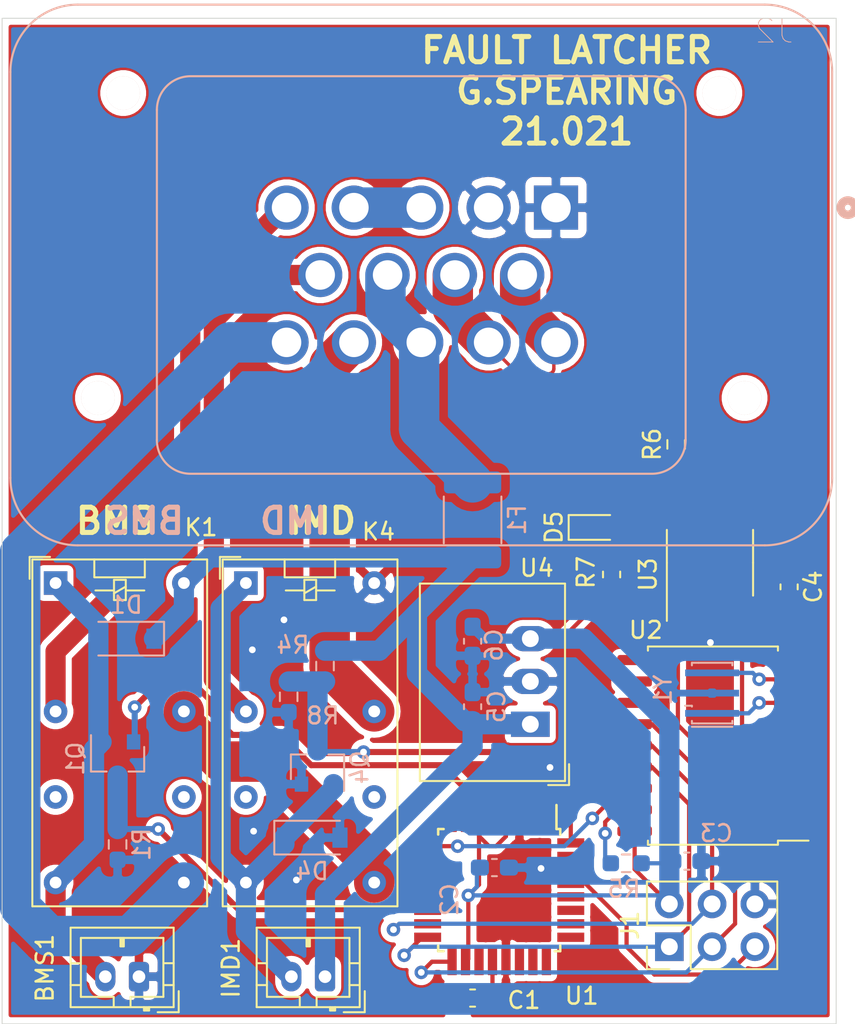
<source format=kicad_pcb>
(kicad_pcb (version 20171130) (host pcbnew 5.1.7-a382d34a8~88~ubuntu18.04.1)
  (layers (0 F.Cu signal) (31 B.Cu signal) (34 B.Paste user) (35 F.Paste user) (36 B.SilkS user) (37 F.SilkS user) (38 B.Mask user) (39 F.Mask user) (44 Edge.Cuts user))
  (net 0 "")
  (net 1 GND)
  (net 2 "Net-(C1-Pad1)")
  (net 3 +5V)
  (net 4 +12V)
  (net 5 "Net-(D4-Pad1)")
  (net 6 /RESET)
  (net 7 /MOSI)
  (net 8 /SCK)
  (net 9 /MISO)
  (net 10 /IMD_FAULT)
  (net 11 /BMS_FAULT)
  (net 12 /LOOP_OUT)
  (net 13 /LOOP_IN)
  (net 14 "Net-(K1-Pad13)")
  (net 15 /BMS_IND)
  (net 16 /IMD_IND)
  (net 17 "Net-(R5-Pad2)")
  (net 18 /CAN_INT)
  (net 19 /CAN_CS)
  (net 20 "Net-(U2-Pad8)")
  (net 21 "Net-(U2-Pad7)")
  (net 22 /RXCAN)
  (net 23 /TXCAN)
  (net 24 "Net-(D5-Pad2)")
  (net 25 /CAN+)
  (net 26 /CAN-)
  (net 27 "Net-(BMS1-Pad2)")
  (net 28 +12C)
  (net 29 /NC)
  (module Resistor_SMD:R_0603_1608Metric_Pad0.98x0.95mm_HandSolder (layer F.Cu) (at 161.9504 95.1465 90)
    (fp_text reference R6 (at 0 -1.43 -90) (layer F.SilkS))
    (fp_text value 120)
    (pad 2 smd roundrect (at 0.9125 0 90) (size 0.975 0.95) (layers F.Cu F.Paste F.Mask) (net 26 /CAN-))
    (pad 1 smd roundrect (at -0.9125 0 90) (size 0.975 0.95) (layers F.Cu F.Paste F.Mask) (net 25 /CAN+))
  )
  (module AERO_CUSTOM:TE_1-776262-1_14pin_Vertical (layer B.Cu) (at 146.812 85.09 180)
    (fp_text reference J2 (at -20.955 14.478) (layer B.SilkS) (effects (font (size 1.40128 1.40128) (thickness 0.05)) (justify mirror)))
    (fp_text value Conn_01x14 hide)
    (pad Hole np_thru_hole circle (at 19.2 -7.3 180) (size 2 2) (drill 2) (layers *.Cu *.Mask B.SilkS))
    (pad Hole np_thru_hole circle (at -19.2 -7.3 180) (size 2 2) (drill 2) (layers *.Cu *.Mask B.SilkS))
    (pad Hole np_thru_hole circle (at 17.7 10.8 180) (size 2 2) (drill 2) (layers *.Cu *.Mask B.SilkS))
    (pad Hole np_thru_hole circle (at -17.7 10.8 180) (size 2 2) (drill 2) (layers *.Cu *.Mask B.SilkS))
    (pad 14 thru_hole circle (at 8 -4 180) (size 2.625 2.625) (drill 1.75) (layers *.Cu *.Mask) (net 13 /LOOP_IN))
    (pad 13 thru_hole circle (at 4 -4 180) (size 2.625 2.625) (drill 1.75) (layers *.Cu *.Mask) (net 12 /LOOP_OUT))
    (pad 12 thru_hole circle (at 0 -4 180) (size 2.625 2.625) (drill 1.75) (layers *.Cu *.Mask) (net 4 +12V))
    (pad 11 thru_hole circle (at -4 -4 180) (size 2.625 2.625) (drill 1.75) (layers *.Cu *.Mask) (net 25 /CAN+))
    (pad 10 thru_hole circle (at -8 -4 180) (size 2.625 2.625) (drill 1.75) (layers *.Cu *.Mask) (net 26 /CAN-))
    (pad 9 thru_hole circle (at 6 0 180) (size 2.625 2.625) (drill 1.75) (layers *.Cu *.Mask) (net 10 /IMD_FAULT))
    (pad 8 thru_hole circle (at 2 0 180) (size 2.625 2.625) (drill 1.75) (layers *.Cu *.Mask) (net 4 +12V))
    (pad 7 thru_hole circle (at -2 0 180) (size 2.625 2.625) (drill 1.75) (layers *.Cu *.Mask) (net 25 /CAN+))
    (pad 6 thru_hole circle (at -6 0 180) (size 2.625 2.625) (drill 1.75) (layers *.Cu *.Mask) (net 26 /CAN-))
    (pad 5 thru_hole circle (at 8 4 180) (size 2.625 2.625) (drill 1.75) (layers *.Cu *.Mask) (net 11 /BMS_FAULT))
    (pad 4 thru_hole circle (at 4 4 180) (size 2.625 2.625) (drill 1.75) (layers *.Cu *.Mask) (net 29 /NC))
    (pad 3 thru_hole circle (at 0 4 180) (size 2.625 2.625) (drill 1.75) (layers *.Cu *.Mask) (net 29 /NC))
    (pad 2 thru_hole circle (at -4 4 180) (size 2.625 2.625) (drill 1.75) (layers *.Cu *.Mask) (net 1 GND))
    (pad 1 thru_hole rect (at -8 4 180) (size 2.625 2.625) (drill 1.75) (layers *.Cu *.Mask) (net 1 GND))
  )
  (module Resistor_SMD:R_0603_1608Metric_Pad0.98x0.95mm_HandSolder (layer B.Cu) (at 138.938 110.1325 90)
    (fp_text reference R8 (at -1.1195 2.032 180) (layer B.SilkS) (effects (justify mirror)))
    (fp_text value 4.7k)
    (pad 2 smd roundrect (at 0.9125 0 90) (size 0.975 0.95) (layers B.Cu B.Paste B.Mask) (net 16 /IMD_IND))
    (pad 1 smd roundrect (at -0.9125 0 90) (size 0.975 0.95) (layers B.Cu B.Paste B.Mask) (net 1 GND))
  )
  (module Relay_THT:Relay_DPDT_Omron_G5V-2 (layer F.Cu) (at 136.398 103.378)
    (fp_text reference K4 (at 7.874 -3.048) (layer F.SilkS))
    (fp_text value G5V-2)
    (pad 13 thru_hole circle (at 7.62 7.62) (size 1.4 1.4) (drill 0.7) (layers *.Cu *.Mask) (net 12 /LOOP_OUT))
    (pad 9 thru_hole circle (at 7.62 17.78) (size 1.4 1.4) (drill 0.7) (layers *.Cu *.Mask) (net 14 "Net-(K1-Pad13)"))
    (pad 11 thru_hole circle (at 7.62 12.7) (size 1.4 1.4) (drill 0.7) (layers *.Cu *.Mask))
    (pad 4 thru_hole circle (at 0 7.62) (size 1.4 1.4) (drill 0.7) (layers *.Cu *.Mask) (net 10 /IMD_FAULT))
    (pad 8 thru_hole circle (at 0 17.78) (size 1.4 1.4) (drill 0.7) (layers *.Cu *.Mask) (net 5 "Net-(D4-Pad1)"))
    (pad 6 thru_hole circle (at 0 12.7) (size 1.4 1.4) (drill 0.7) (layers *.Cu *.Mask))
    (pad 16 thru_hole circle (at 7.62 0) (size 1.4 1.4) (drill 0.7) (layers *.Cu *.Mask) (net 1 GND))
    (pad 1 thru_hole rect (at 0 0) (size 1.4 1.4) (drill 0.7) (layers *.Cu *.Mask) (net 5 "Net-(D4-Pad1)"))
  )
  (module Fuse:Fuse_0603_1608Metric_Pad1.05x0.95mm_HandSolder (layer F.Cu) (at 158.115 102.87 270)
    (fp_text reference R7 (at -0.127 1.524 270) (layer F.SilkS))
    (fp_text value 330)
    (pad 2 smd roundrect (at 0.875 0 270) (size 1.05 0.95) (layers F.Cu F.Paste F.Mask) (net 3 +5V))
    (pad 1 smd roundrect (at -0.875 0 270) (size 1.05 0.95) (layers F.Cu F.Paste F.Mask) (net 24 "Net-(D5-Pad2)"))
  )
  (module Fuse:Fuse_1812_4532Metric_Pad1.30x3.40mm_HandSolder (layer B.Cu) (at 149.86 99.629 90)
    (fp_text reference F1 (at 0 2.65 90) (layer B.SilkS) (effects (justify mirror)))
    (fp_text value Polyfuse)
    (pad 2 smd roundrect (at 2.225 0 90) (size 1.3 3.4) (layers B.Cu B.Paste B.Mask) (roundrect_rratio 0.192308) (net 4 +12V))
    (pad 1 smd roundrect (at -2.225 0 90) (size 1.3 3.4) (layers B.Cu B.Paste B.Mask) (roundrect_rratio 0.192308) (net 28 +12C))
  )
  (module LED_SMD:LED_0603_1608Metric_Pad1.05x0.95mm_HandSolder (layer F.Cu) (at 157.226 100.076)
    (fp_text reference D5 (at -2.54 0 270) (layer F.SilkS))
    (fp_text value LED)
    (pad 2 smd roundrect (at 0.875 0) (size 1.05 0.95) (layers F.Cu F.Paste F.Mask) (net 24 "Net-(D5-Pad2)"))
    (pad 1 smd roundrect (at -0.875 0) (size 1.05 0.95) (layers F.Cu F.Paste F.Mask) (net 1 GND))
  )
  (module Diode_SMD:D_SOD-123 (layer B.Cu) (at 140.334 118.491)
    (fp_text reference D4 (at 0 2) (layer B.SilkS) (effects (justify mirror)))
    (fp_text value 1N4148)
    (pad 2 smd rect (at 1.65 0) (size 0.9 1.2) (layers B.Cu B.Paste B.Mask) (net 1 GND))
    (pad 1 smd rect (at -1.65 0) (size 0.9 1.2) (layers B.Cu B.Paste B.Mask) (net 5 "Net-(D4-Pad1)"))
  )
  (module Diode_SMD:D_SOD-123 (layer B.Cu) (at 129.287 106.68 180)
    (fp_text reference D1 (at 0 2) (layer B.SilkS) (effects (justify mirror)))
    (fp_text value 1N4148)
    (pad 2 smd rect (at 1.65 0 180) (size 0.9 1.2) (layers B.Cu B.Paste B.Mask) (net 27 "Net-(BMS1-Pad2)"))
    (pad 1 smd rect (at -1.65 0 180) (size 0.9 1.2) (layers B.Cu B.Paste B.Mask) (net 28 +12C))
  )
  (module AERO_CUSTOM:Resonator_SMD_muRata_CSTxExxV-3Pin_3.0x1.1mm_HandSoldering (layer B.Cu) (at 164.084 109.912 90)
    (fp_text reference Y1 (at 0.184 -2.921 270) (layer B.SilkS) (effects (justify mirror)))
    (fp_text value 16MHz)
    (pad 3 smd rect (at 1.2 0 90) (size 0.4 3.2) (layers B.Cu B.Paste B.Mask) (net 20 "Net-(U2-Pad8)"))
    (pad 2 smd rect (at 0 0 90) (size 0.4 3.2) (layers B.Cu B.Paste B.Mask) (net 1 GND))
    (pad 1 smd rect (at -1.2 0 90) (size 0.4 3.2) (layers B.Cu B.Paste B.Mask) (net 21 "Net-(U2-Pad7)"))
  )
  (module Converter_DCDC:Converter_DCDC_RECOM_R-78E-0.5_THT (layer F.Cu) (at 153.289 111.76 90)
    (fp_text reference U4 (at 9.271 0.381 180) (layer F.SilkS))
    (fp_text value R-785.0-1.0)
    (pad 3 thru_hole oval (at 5.08 0 90) (size 1.5 2.3) (drill 1) (layers *.Cu *.Mask) (net 3 +5V))
    (pad 2 thru_hole oval (at 2.54 0 90) (size 1.5 2.3) (drill 1) (layers *.Cu *.Mask) (net 1 GND))
    (pad 1 thru_hole rect (at 0 0 90) (size 1.5 2.3) (drill 1) (layers *.Cu *.Mask) (net 28 +12C))
  )
  (module Package_SO:SOIC-8_3.9x4.9mm_P1.27mm (layer F.Cu) (at 163.957 102.173 90)
    (fp_text reference U3 (at -0.697 -3.683 90) (layer F.SilkS))
    (fp_text value MCP2551-I-SN)
    (pad 8 smd roundrect (at 2.475 -1.905 90) (size 1.95 0.6) (layers F.Cu F.Paste F.Mask) (net 1 GND))
    (pad 7 smd roundrect (at 2.475 -0.635 90) (size 1.95 0.6) (layers F.Cu F.Paste F.Mask) (net 25 /CAN+))
    (pad 6 smd roundrect (at 2.475 0.635 90) (size 1.95 0.6) (layers F.Cu F.Paste F.Mask) (net 26 /CAN-))
    (pad 5 smd roundrect (at 2.475 1.905 90) (size 1.95 0.6) (layers F.Cu F.Paste F.Mask))
    (pad 4 smd roundrect (at -2.475 1.905 90) (size 1.95 0.6) (layers F.Cu F.Paste F.Mask) (net 22 /RXCAN))
    (pad 3 smd roundrect (at -2.475 0.635 90) (size 1.95 0.6) (layers F.Cu F.Paste F.Mask) (net 3 +5V))
    (pad 2 smd roundrect (at -2.475 -0.635 90) (size 1.95 0.6) (layers F.Cu F.Paste F.Mask) (net 1 GND))
    (pad 1 smd roundrect (at -2.475 -1.905 90) (size 1.95 0.6) (layers F.Cu F.Paste F.Mask) (net 23 /TXCAN))
  )
  (module Package_SO:SOIC-18W_7.5x11.6mm_P1.27mm (layer F.Cu) (at 164.133 113.03 180)
    (fp_text reference U2 (at 3.986 6.858) (layer F.SilkS))
    (fp_text value MCP2515-xSO)
    (pad 18 smd roundrect (at 4.65 -5.08 180) (size 2.05 0.6) (layers F.Cu F.Paste F.Mask) (net 3 +5V))
    (pad 17 smd roundrect (at 4.65 -3.81 180) (size 2.05 0.6) (layers F.Cu F.Paste F.Mask) (net 17 "Net-(R5-Pad2)"))
    (pad 16 smd roundrect (at 4.65 -2.54 180) (size 2.05 0.6) (layers F.Cu F.Paste F.Mask) (net 19 /CAN_CS))
    (pad 15 smd roundrect (at 4.65 -1.27 180) (size 2.05 0.6) (layers F.Cu F.Paste F.Mask) (net 9 /MISO))
    (pad 14 smd roundrect (at 4.65 0 180) (size 2.05 0.6) (layers F.Cu F.Paste F.Mask) (net 7 /MOSI))
    (pad 13 smd roundrect (at 4.65 1.27 180) (size 2.05 0.6) (layers F.Cu F.Paste F.Mask) (net 8 /SCK))
    (pad 12 smd roundrect (at 4.65 2.54 180) (size 2.05 0.6) (layers F.Cu F.Paste F.Mask) (net 18 /CAN_INT))
    (pad 11 smd roundrect (at 4.65 3.81 180) (size 2.05 0.6) (layers F.Cu F.Paste F.Mask))
    (pad 10 smd roundrect (at 4.65 5.08 180) (size 2.05 0.6) (layers F.Cu F.Paste F.Mask))
    (pad 9 smd roundrect (at -4.65 5.08 180) (size 2.05 0.6) (layers F.Cu F.Paste F.Mask) (net 1 GND))
    (pad 8 smd roundrect (at -4.65 3.81 180) (size 2.05 0.6) (layers F.Cu F.Paste F.Mask) (net 20 "Net-(U2-Pad8)"))
    (pad 7 smd roundrect (at -4.65 2.54 180) (size 2.05 0.6) (layers F.Cu F.Paste F.Mask) (net 21 "Net-(U2-Pad7)"))
    (pad 6 smd roundrect (at -4.65 1.27 180) (size 2.05 0.6) (layers F.Cu F.Paste F.Mask))
    (pad 5 smd roundrect (at -4.65 0 180) (size 2.05 0.6) (layers F.Cu F.Paste F.Mask))
    (pad 4 smd roundrect (at -4.65 -1.27 180) (size 2.05 0.6) (layers F.Cu F.Paste F.Mask))
    (pad 3 smd roundrect (at -4.65 -2.54 180) (size 2.05 0.6) (layers F.Cu F.Paste F.Mask))
    (pad 2 smd roundrect (at -4.65 -3.81 180) (size 2.05 0.6) (layers F.Cu F.Paste F.Mask) (net 22 /RXCAN))
    (pad 1 smd roundrect (at -4.65 -5.08 180) (size 2.05 0.6) (layers F.Cu F.Paste F.Mask) (net 23 /TXCAN))
  )
  (module Package_QFP:TQFP-32_7x7mm_P0.8mm (layer F.Cu) (at 151.441 121.607 270)
    (fp_text reference U1 (at 6.282 -4.896 180) (layer F.SilkS))
    (fp_text value ATmega328P-AU)
    (pad 1 smd rect (at -4.25 -2.8 270) (size 1.6 0.55) (layers F.Cu F.Paste F.Mask) (net 16 /IMD_IND))
    (pad 2 smd rect (at -4.25 -2 270) (size 1.6 0.55) (layers F.Cu F.Paste F.Mask))
    (pad 3 smd rect (at -4.25 -1.2 270) (size 1.6 0.55) (layers F.Cu F.Paste F.Mask) (net 1 GND))
    (pad 4 smd rect (at -4.25 -0.4 270) (size 1.6 0.55) (layers F.Cu F.Paste F.Mask) (net 3 +5V))
    (pad 5 smd rect (at -4.25 0.4 270) (size 1.6 0.55) (layers F.Cu F.Paste F.Mask) (net 1 GND))
    (pad 6 smd rect (at -4.25 1.2 270) (size 1.6 0.55) (layers F.Cu F.Paste F.Mask) (net 3 +5V))
    (pad 7 smd rect (at -4.25 2 270) (size 1.6 0.55) (layers F.Cu F.Paste F.Mask))
    (pad 8 smd rect (at -4.25 2.8 270) (size 1.6 0.55) (layers F.Cu F.Paste F.Mask))
    (pad 9 smd rect (at -2.8 4.25) (size 1.6 0.55) (layers F.Cu F.Paste F.Mask) (net 19 /CAN_CS))
    (pad 10 smd rect (at -2 4.25) (size 1.6 0.55) (layers F.Cu F.Paste F.Mask))
    (pad 11 smd rect (at -1.2 4.25) (size 1.6 0.55) (layers F.Cu F.Paste F.Mask) (net 15 /BMS_IND))
    (pad 12 smd rect (at -0.4 4.25) (size 1.6 0.55) (layers F.Cu F.Paste F.Mask))
    (pad 13 smd rect (at 0.4 4.25) (size 1.6 0.55) (layers F.Cu F.Paste F.Mask))
    (pad 14 smd rect (at 1.2 4.25) (size 1.6 0.55) (layers F.Cu F.Paste F.Mask))
    (pad 15 smd rect (at 2 4.25) (size 1.6 0.55) (layers F.Cu F.Paste F.Mask) (net 7 /MOSI))
    (pad 16 smd rect (at 2.8 4.25) (size 1.6 0.55) (layers F.Cu F.Paste F.Mask) (net 9 /MISO))
    (pad 17 smd rect (at 4.25 2.8 270) (size 1.6 0.55) (layers F.Cu F.Paste F.Mask) (net 8 /SCK))
    (pad 18 smd rect (at 4.25 2 270) (size 1.6 0.55) (layers F.Cu F.Paste F.Mask) (net 3 +5V))
    (pad 19 smd rect (at 4.25 1.2 270) (size 1.6 0.55) (layers F.Cu F.Paste F.Mask))
    (pad 20 smd rect (at 4.25 0.4 270) (size 1.6 0.55) (layers F.Cu F.Paste F.Mask) (net 2 "Net-(C1-Pad1)"))
    (pad 21 smd rect (at 4.25 -0.4 270) (size 1.6 0.55) (layers F.Cu F.Paste F.Mask) (net 1 GND))
    (pad 22 smd rect (at 4.25 -1.2 270) (size 1.6 0.55) (layers F.Cu F.Paste F.Mask))
    (pad 23 smd rect (at 4.25 -2 270) (size 1.6 0.55) (layers F.Cu F.Paste F.Mask))
    (pad 24 smd rect (at 4.25 -2.8 270) (size 1.6 0.55) (layers F.Cu F.Paste F.Mask))
    (pad 25 smd rect (at 2.8 -4.25) (size 1.6 0.55) (layers F.Cu F.Paste F.Mask))
    (pad 26 smd rect (at 2 -4.25) (size 1.6 0.55) (layers F.Cu F.Paste F.Mask))
    (pad 27 smd rect (at 1.2 -4.25) (size 1.6 0.55) (layers F.Cu F.Paste F.Mask))
    (pad 28 smd rect (at 0.4 -4.25) (size 1.6 0.55) (layers F.Cu F.Paste F.Mask))
    (pad 29 smd rect (at -0.4 -4.25) (size 1.6 0.55) (layers F.Cu F.Paste F.Mask) (net 6 /RESET))
    (pad 30 smd rect (at -1.2 -4.25) (size 1.6 0.55) (layers F.Cu F.Paste F.Mask))
    (pad 31 smd rect (at -2 -4.25) (size 1.6 0.55) (layers F.Cu F.Paste F.Mask))
    (pad 32 smd rect (at -2.8 -4.25) (size 1.6 0.55) (layers F.Cu F.Paste F.Mask) (net 18 /CAN_INT))
  )
  (module Connector_JST:JST_PH_B2B-PH-K_1x02_P2.00mm_Vertical (layer F.Cu) (at 141.097 126.746 180)
    (fp_text reference IMD1 (at 5.588 0.508 90) (layer F.SilkS))
    (fp_text value SW_Push)
    (pad 2 thru_hole oval (at 2 0 180) (size 1.2 1.75) (drill 0.75) (layers *.Cu *.Mask) (net 5 "Net-(D4-Pad1)"))
    (pad 1 thru_hole roundrect (at 0 0 180) (size 1.2 1.75) (drill 0.75) (layers *.Cu *.Mask) (roundrect_rratio 0.208333) (net 28 +12C))
  )
  (module Connector_JST:JST_PH_B2B-PH-K_1x02_P2.00mm_Vertical (layer F.Cu) (at 130.048 126.746 180)
    (fp_text reference BMS1 (at 5.588 0.508 90) (layer F.SilkS))
    (fp_text value SW_Push)
    (pad 2 thru_hole oval (at 2 0 180) (size 1.2 1.75) (drill 0.75) (layers *.Cu *.Mask) (net 27 "Net-(BMS1-Pad2)"))
    (pad 1 thru_hole roundrect (at 0 0 180) (size 1.2 1.75) (drill 0.75) (layers *.Cu *.Mask) (roundrect_rratio 0.208333) (net 1 GND))
  )
  (module Resistor_SMD:R_0603_1608Metric_Pad0.98x0.95mm_HandSolder (layer B.Cu) (at 158.9805 120.015 180)
    (fp_text reference R5 (at 0.127 -1.524 180) (layer B.SilkS) (effects (justify mirror)))
    (fp_text value 10K)
    (pad 2 smd roundrect (at 0.9125 0 180) (size 0.975 0.95) (layers B.Cu B.Paste B.Mask) (net 17 "Net-(R5-Pad2)"))
    (pad 1 smd roundrect (at -0.9125 0 180) (size 0.975 0.95) (layers B.Cu B.Paste B.Mask) (net 3 +5V))
  )
  (module Resistor_SMD:R_0603_1608Metric_Pad0.98x0.95mm_HandSolder (layer B.Cu) (at 141.097 108.3075 270)
    (fp_text reference R4 (at -1.2465 1.905 180) (layer B.SilkS) (effects (justify mirror)))
    (fp_text value 10k)
    (pad 2 smd roundrect (at 0.9125 0 270) (size 0.975 0.95) (layers B.Cu B.Paste B.Mask) (net 16 /IMD_IND))
    (pad 1 smd roundrect (at -0.9125 0 270) (size 0.975 0.95) (layers B.Cu B.Paste B.Mask) (net 28 +12C))
  )
  (module Resistor_SMD:R_0603_1608Metric_Pad0.98x0.95mm_HandSolder (layer B.Cu) (at 128.778 118.8955 90)
    (fp_text reference R1 (at 0 1.43 270) (layer B.SilkS) (effects (justify mirror)))
    (fp_text value 10k)
    (pad 2 smd roundrect (at 0.9125 0 90) (size 0.975 0.95) (layers B.Cu B.Paste B.Mask) (net 15 /BMS_IND))
    (pad 1 smd roundrect (at -0.9125 0 90) (size 0.975 0.95) (layers B.Cu B.Paste B.Mask) (net 1 GND))
  )
  (module Package_TO_SOT_SMD:SOT-23 (layer B.Cu) (at 140.65 114.316 90)
    (fp_text reference Q4 (at 0 2.5 90) (layer B.SilkS) (effects (justify mirror)))
    (fp_text value 2N7002)
    (pad 3 smd rect (at 1 0 90) (size 0.9 0.8) (layers B.Cu B.Paste B.Mask) (net 16 /IMD_IND))
    (pad 2 smd rect (at -1 -0.95 90) (size 0.9 0.8) (layers B.Cu B.Paste B.Mask) (net 1 GND))
    (pad 1 smd rect (at -1 0.95 90) (size 0.9 0.8) (layers B.Cu B.Paste B.Mask) (net 5 "Net-(D4-Pad1)"))
  )
  (module Package_TO_SOT_SMD:SOT-23 (layer B.Cu) (at 128.778 113.808 270)
    (fp_text reference Q1 (at 0 2.5 90) (layer B.SilkS) (effects (justify mirror)))
    (fp_text value BSS84)
    (pad 3 smd rect (at 1 0 270) (size 0.9 0.8) (layers B.Cu B.Paste B.Mask) (net 15 /BMS_IND))
    (pad 2 smd rect (at -1 -0.95 270) (size 0.9 0.8) (layers B.Cu B.Paste B.Mask) (net 3 +5V))
    (pad 1 smd rect (at -1 0.95 270) (size 0.9 0.8) (layers B.Cu B.Paste B.Mask) (net 27 "Net-(BMS1-Pad2)"))
  )
  (module Relay_THT:Relay_DPDT_Omron_G5V-2 (layer F.Cu) (at 125.095 103.378)
    (fp_text reference K1 (at 8.636 -3.302) (layer F.SilkS))
    (fp_text value G5V-2)
    (pad 13 thru_hole circle (at 7.62 7.62) (size 1.4 1.4) (drill 0.7) (layers *.Cu *.Mask) (net 14 "Net-(K1-Pad13)"))
    (pad 9 thru_hole circle (at 7.62 17.78) (size 1.4 1.4) (drill 0.7) (layers *.Cu *.Mask) (net 13 /LOOP_IN))
    (pad 11 thru_hole circle (at 7.62 12.7) (size 1.4 1.4) (drill 0.7) (layers *.Cu *.Mask))
    (pad 4 thru_hole circle (at 0 7.62) (size 1.4 1.4) (drill 0.7) (layers *.Cu *.Mask) (net 11 /BMS_FAULT))
    (pad 8 thru_hole circle (at 0 17.78) (size 1.4 1.4) (drill 0.7) (layers *.Cu *.Mask) (net 27 "Net-(BMS1-Pad2)"))
    (pad 6 thru_hole circle (at 0 12.7) (size 1.4 1.4) (drill 0.7) (layers *.Cu *.Mask))
    (pad 16 thru_hole circle (at 7.62 0) (size 1.4 1.4) (drill 0.7) (layers *.Cu *.Mask) (net 28 +12C))
    (pad 1 thru_hole rect (at 0 0) (size 1.4 1.4) (drill 0.7) (layers *.Cu *.Mask) (net 27 "Net-(BMS1-Pad2)"))
  )
  (module Connector_PinHeader_2.54mm:PinHeader_2x03_P2.54mm_Vertical (layer F.Cu) (at 161.544 124.968 90)
    (fp_text reference J1 (at 1.27 -2.33 90) (layer F.SilkS))
    (fp_text value Conn_02x03_Odd_Even)
    (pad 6 thru_hole oval (at 2.54 5.08 90) (size 1.7 1.7) (drill 1) (layers *.Cu *.Mask) (net 1 GND))
    (pad 5 thru_hole oval (at 0 5.08 90) (size 1.7 1.7) (drill 1) (layers *.Cu *.Mask) (net 6 /RESET))
    (pad 4 thru_hole oval (at 2.54 2.54 90) (size 1.7 1.7) (drill 1) (layers *.Cu *.Mask) (net 7 /MOSI))
    (pad 3 thru_hole oval (at 0 2.54 90) (size 1.7 1.7) (drill 1) (layers *.Cu *.Mask) (net 8 /SCK))
    (pad 2 thru_hole oval (at 2.54 0 90) (size 1.7 1.7) (drill 1) (layers *.Cu *.Mask) (net 3 +5V))
    (pad 1 thru_hole rect (at 0 0 90) (size 1.7 1.7) (drill 1) (layers *.Cu *.Mask) (net 9 /MISO))
  )
  (module Capacitor_SMD:C_0603_1608Metric_Pad1.08x0.95mm_HandSolder (layer B.Cu) (at 149.86 106.8335 270)
    (fp_text reference C6 (at 0.2275 -1.27 90) (layer B.SilkS) (effects (justify mirror)))
    (fp_text value 10u)
    (pad 2 smd roundrect (at 0.8625 0 270) (size 1.075 0.95) (layers B.Cu B.Paste B.Mask) (net 1 GND))
    (pad 1 smd roundrect (at -0.8625 0 270) (size 1.075 0.95) (layers B.Cu B.Paste B.Mask) (net 3 +5V))
  )
  (module Capacitor_SMD:C_0603_1608Metric_Pad1.08x0.95mm_HandSolder (layer B.Cu) (at 149.86 110.7175 90)
    (fp_text reference C5 (at 0 1.43 90) (layer B.SilkS) (effects (justify mirror)))
    (fp_text value 1u)
    (pad 2 smd roundrect (at 0.8625 0 90) (size 1.075 0.95) (layers B.Cu B.Paste B.Mask) (net 1 GND))
    (pad 1 smd roundrect (at -0.8625 0 90) (size 1.075 0.95) (layers B.Cu B.Paste B.Mask) (net 28 +12C))
  )
  (module Capacitor_SMD:C_0603_1608Metric_Pad1.08x0.95mm_HandSolder (layer F.Cu) (at 168.656 103.6055 270)
    (fp_text reference C4 (at 0 -1.43 270) (layer F.SilkS))
    (fp_text value 0.1u)
    (pad 2 smd roundrect (at 0.8625 0 270) (size 1.075 0.95) (layers F.Cu F.Paste F.Mask) (net 1 GND))
    (pad 1 smd roundrect (at -0.8625 0 270) (size 1.075 0.95) (layers F.Cu F.Paste F.Mask) (net 3 +5V))
  )
  (module Capacitor_SMD:C_0603_1608Metric_Pad1.08x0.95mm_HandSolder (layer B.Cu) (at 162.5865 119.888)
    (fp_text reference C3 (at 1.7515 -1.651) (layer B.SilkS) (effects (justify mirror)))
    (fp_text value 0.1u)
    (pad 2 smd roundrect (at 0.8625 0) (size 1.075 0.95) (layers B.Cu B.Paste B.Mask) (net 1 GND))
    (pad 1 smd roundrect (at -0.8625 0) (size 1.075 0.95) (layers B.Cu B.Paste B.Mask) (net 3 +5V))
  )
  (module Capacitor_SMD:C_0603_1608Metric_Pad1.08x0.95mm_HandSolder (layer B.Cu) (at 151.1565 120.269)
    (fp_text reference C2 (at -2.667 1.905 -270) (layer B.SilkS) (effects (justify mirror)))
    (fp_text value 0.1U)
    (pad 1 smd roundrect (at -0.8625 0) (size 1.075 0.95) (layers B.Cu B.Paste B.Mask) (net 3 +5V))
    (pad 2 smd roundrect (at 0.8625 0) (size 1.075 0.95) (layers B.Cu B.Paste B.Mask) (net 1 GND))
  )
  (module Capacitor_SMD:C_0603_1608Metric_Pad1.08x0.95mm_HandSolder (layer F.Cu) (at 149.86 128.016 180)
    (fp_text reference C1 (at -3.048 -0.127) (layer F.SilkS))
    (fp_text value 0.1U)
    (pad 1 smd roundrect (at -0.8625 0 180) (size 1.075 0.95) (layers F.Cu F.Paste F.Mask) (net 2 "Net-(C1-Pad1)"))
    (pad 2 smd roundrect (at 0.8625 0 180) (size 1.075 0.95) (layers F.Cu F.Paste F.Mask) (net 1 GND))
  )
  (gr_line (start 121.92 69.85) (end 121.92 72.39) (layer Edge.Cuts) (width 0.05))
  (gr_line (start 171.45 72.39) (end 171.45 69.85) (layer Edge.Cuts) (width 0.05))
  (gr_line (start 121.92 69.85) (end 171.45 69.85) (layer Edge.Cuts) (width 0.05))
  (gr_line (start 121.92 129.54) (end 121.92 72.39) (layer Edge.Cuts) (width 0.05))
  (gr_line (start 171.45 129.54) (end 121.92 129.54) (layer Edge.Cuts) (width 0.05))
  (gr_line (start 171.45 72.39) (end 171.45 129.54) (layer Edge.Cuts) (width 0.05))
  (gr_text "IMD    BMS" (at 134.62 99.695) (layer B.SilkS) (effects (font (size 1.5 1.5) (thickness 0.3)) (justify mirror)))
  (gr_text "BMS       IMD" (at 134.62 99.695) (layer F.SilkS) (effects (font (size 1.5 1.5) (thickness 0.3))))
  (gr_text "FAULT LATCHER\nG.SPEARING\n21.021\n" (at 155.448 74.168) (layer F.SilkS) (effects (font (size 1.5 1.5) (thickness 0.3))))
  (via (at 163.9824 106.9086) (size 0.8) (drill 0.4) (layers F.Cu B.Cu) (net 1))
  (via (at 153.924 120.3198) (size 0.8) (drill 0.4) (layers F.Cu B.Cu) (net 1))
  (via (at 154.4574 114.3254) (size 0.8) (drill 0.4) (layers F.Cu B.Cu) (net 1))
  (via (at 136.8552 118.11) (size 0.8) (drill 0.4) (layers F.Cu B.Cu) (net 1))
  (via (at 139.3952 121.0056) (size 0.8) (drill 0.4) (layers F.Cu B.Cu) (net 1))
  (via (at 136.779 107.3404) (size 0.8) (drill 0.4) (layers F.Cu B.Cu) (net 1))
  (via (at 138.6586 105.5624) (size 0.8) (drill 0.4) (layers F.Cu B.Cu) (net 1))
  (segment (start 151.041 127.6975) (end 151.041 125.857) (width 0.25) (layer F.Cu) (net 2))
  (segment (start 150.7225 128.016) (end 151.041 127.6975) (width 0.25) (layer F.Cu) (net 2))
  (via (at 149.606 121.92) (size 0.8) (drill 0.4) (layers F.Cu B.Cu) (net 3))
  (segment (start 150.241 117.357) (end 150.241 121.285) (width 0.25) (layer F.Cu) (net 3))
  (segment (start 150.241 121.285) (end 149.606 121.92) (width 0.25) (layer F.Cu) (net 3))
  (segment (start 149.606 125.692) (end 149.441 125.857) (width 0.25) (layer F.Cu) (net 3))
  (segment (start 149.606 121.92) (end 149.606 125.692) (width 0.25) (layer F.Cu) (net 3))
  (segment (start 149.606 121.92) (end 150.114 121.412) (width 0.25) (layer B.Cu) (net 3))
  (segment (start 150.114 120.449) (end 150.294 120.269) (width 0.25) (layer B.Cu) (net 3))
  (segment (start 150.114 121.412) (end 150.114 120.449) (width 0.25) (layer B.Cu) (net 3))
  (segment (start 156.464 106.68) (end 153.289 106.68) (width 1.2) (layer B.Cu) (net 3))
  (segment (start 161.544 111.76) (end 156.464 106.68) (width 1.2) (layer B.Cu) (net 3))
  (segment (start 168.656 102.743) (end 165.481 102.743) (width 0.25) (layer F.Cu) (net 3))
  (segment (start 164.592 103.632) (end 164.592 104.648) (width 0.25) (layer F.Cu) (net 3))
  (segment (start 165.481 102.743) (end 164.592 103.632) (width 0.25) (layer F.Cu) (net 3))
  (segment (start 159.893 120.015) (end 161.544 120.015) (width 0.25) (layer B.Cu) (net 3))
  (segment (start 161.544 122.428) (end 161.544 120.015) (width 1.2) (layer B.Cu) (net 3))
  (segment (start 161.544 120.015) (end 161.544 111.76) (width 1.2) (layer B.Cu) (net 3))
  (segment (start 161.036 121.92) (end 161.544 122.428) (width 0.25) (layer B.Cu) (net 3))
  (segment (start 149.606 121.92) (end 161.036 121.92) (width 0.25) (layer B.Cu) (net 3))
  (segment (start 150.241 118.407) (end 150.833 118.999) (width 0.25) (layer F.Cu) (net 3))
  (segment (start 150.241 117.357) (end 150.241 118.407) (width 0.25) (layer F.Cu) (net 3))
  (segment (start 150.833 118.999) (end 151.257 118.999) (width 0.25) (layer F.Cu) (net 3))
  (segment (start 151.841 118.415) (end 151.841 117.357) (width 0.25) (layer F.Cu) (net 3))
  (segment (start 151.257 118.999) (end 151.841 118.415) (width 0.25) (layer F.Cu) (net 3))
  (segment (start 159.483 120.367) (end 161.544 122.428) (width 0.25) (layer F.Cu) (net 3))
  (segment (start 159.483 118.11) (end 159.483 120.367) (width 0.25) (layer F.Cu) (net 3))
  (segment (start 155.18 106.68) (end 158.115 103.745) (width 0.25) (layer F.Cu) (net 3))
  (segment (start 153.289 106.68) (end 155.18 106.68) (width 0.25) (layer F.Cu) (net 3))
  (segment (start 159.117 102.743) (end 165.481 102.743) (width 0.25) (layer F.Cu) (net 3))
  (segment (start 158.115 103.745) (end 159.117 102.743) (width 0.25) (layer F.Cu) (net 3))
  (segment (start 140.27542 114.191001) (end 138.479419 112.395) (width 0.36) (layer F.Cu) (net 3))
  (segment (start 148.034003 114.191001) (end 140.27542 114.191001) (width 0.36) (layer F.Cu) (net 3))
  (segment (start 150.241 117.357) (end 150.241 116.397998) (width 0.36) (layer F.Cu) (net 3))
  (segment (start 150.241 116.397998) (end 148.034003 114.191001) (width 0.36) (layer F.Cu) (net 3))
  (via (at 129.794 110.744) (size 0.8) (drill 0.4) (layers F.Cu B.Cu) (net 3))
  (segment (start 135.593472 112.395) (end 134.29501 111.096538) (width 0.36) (layer F.Cu) (net 3))
  (segment (start 138.479419 112.395) (end 135.593472 112.395) (width 0.36) (layer F.Cu) (net 3))
  (segment (start 134.29501 111.096538) (end 134.29501 110.343539) (width 0.36) (layer F.Cu) (net 3))
  (segment (start 134.29501 110.343539) (end 133.369461 109.41799) (width 0.36) (layer F.Cu) (net 3))
  (segment (start 133.369461 109.41799) (end 131.12001 109.41799) (width 0.36) (layer F.Cu) (net 3))
  (segment (start 131.12001 109.41799) (end 129.794 110.744) (width 0.36) (layer F.Cu) (net 3))
  (segment (start 129.794 112.742) (end 129.728 112.808) (width 0.36) (layer B.Cu) (net 3))
  (segment (start 129.794 110.744) (end 129.794 112.742) (width 0.36) (layer B.Cu) (net 3))
  (segment (start 150.569 106.68) (end 149.86 105.971) (width 0.6) (layer B.Cu) (net 3))
  (segment (start 153.289 106.68) (end 150.569 106.68) (width 0.6) (layer B.Cu) (net 3))
  (segment (start 144.685 87.09) (end 146.685 89.09) (width 2.4) (layer B.Cu) (net 4))
  (segment (start 144.685 85.09) (end 144.685 87.09) (width 2.4) (layer B.Cu) (net 4))
  (segment (start 146.685 94.229) (end 149.86 97.404) (width 2.4) (layer B.Cu) (net 4))
  (segment (start 146.685 89.09) (end 146.685 94.229) (width 2.4) (layer B.Cu) (net 4))
  (segment (start 141.6 115.575) (end 141.6 115.316) (width 1.2) (layer B.Cu) (net 5))
  (segment (start 138.684 118.491) (end 141.6 115.575) (width 1.2) (layer B.Cu) (net 5))
  (segment (start 138.684 118.872) (end 136.398 121.158) (width 1.2) (layer B.Cu) (net 5))
  (segment (start 138.684 118.491) (end 138.684 118.872) (width 1.2) (layer B.Cu) (net 5))
  (segment (start 136.398 124.047) (end 139.097 126.746) (width 1.2) (layer B.Cu) (net 5))
  (segment (start 136.398 121.158) (end 136.398 124.047) (width 1.2) (layer B.Cu) (net 5))
  (segment (start 134.897999 119.657999) (end 136.398 121.158) (width 1.2) (layer B.Cu) (net 5))
  (segment (start 136.398 103.378) (end 134.897999 104.878001) (width 1.2) (layer B.Cu) (net 5))
  (segment (start 134.897999 104.878001) (end 134.897999 119.657999) (width 1.2) (layer B.Cu) (net 5))
  (segment (start 156.551002 121.207) (end 159.004 123.659998) (width 0.25) (layer F.Cu) (net 6))
  (segment (start 155.691 121.207) (end 156.551002 121.207) (width 0.25) (layer F.Cu) (net 6))
  (segment (start 159.004 123.659998) (end 159.004 124.968) (width 0.25) (layer F.Cu) (net 6))
  (segment (start 159.004 124.968) (end 160.655 126.619) (width 0.25) (layer F.Cu) (net 6))
  (segment (start 164.973 126.619) (end 166.624 124.968) (width 0.25) (layer F.Cu) (net 6))
  (segment (start 160.655 126.619) (end 164.973 126.619) (width 0.25) (layer F.Cu) (net 6))
  (segment (start 160.508 113.03) (end 159.483 113.03) (width 0.25) (layer F.Cu) (net 7))
  (segment (start 164.084 122.428) (end 164.084 116.606) (width 0.25) (layer F.Cu) (net 7))
  (segment (start 164.084 116.606) (end 160.508 113.03) (width 0.25) (layer F.Cu) (net 7))
  (via (at 145.161 123.952) (size 0.8) (drill 0.4) (layers F.Cu B.Cu) (net 7))
  (segment (start 147.191 123.607) (end 145.506 123.607) (width 0.25) (layer F.Cu) (net 7))
  (segment (start 145.506 123.607) (end 145.161 123.952) (width 0.25) (layer F.Cu) (net 7))
  (segment (start 162.908999 123.603001) (end 164.084 122.428) (width 0.25) (layer B.Cu) (net 7))
  (segment (start 145.161 123.952) (end 145.509999 123.603001) (width 0.25) (layer B.Cu) (net 7))
  (segment (start 145.509999 123.603001) (end 162.908999 123.603001) (width 0.25) (layer B.Cu) (net 7))
  (segment (start 160.508 111.76) (end 159.483 111.76) (width 0.25) (layer F.Cu) (net 8))
  (segment (start 165.448999 116.700999) (end 160.508 111.76) (width 0.25) (layer F.Cu) (net 8))
  (segment (start 164.084 124.968) (end 165.448999 123.603001) (width 0.25) (layer F.Cu) (net 8))
  (segment (start 165.448999 123.603001) (end 165.448999 116.700999) (width 0.25) (layer F.Cu) (net 8))
  (via (at 146.812 126.492) (size 0.8) (drill 0.4) (layers F.Cu B.Cu) (net 8))
  (segment (start 148.641 125.857) (end 147.447 125.857) (width 0.25) (layer F.Cu) (net 8))
  (segment (start 147.447 125.857) (end 146.812 126.492) (width 0.25) (layer F.Cu) (net 8))
  (segment (start 162.56 126.492) (end 164.084 124.968) (width 0.25) (layer B.Cu) (net 8))
  (segment (start 146.812 126.492) (end 162.56 126.492) (width 0.25) (layer B.Cu) (net 8))
  (segment (start 160.508 114.3) (end 159.483 114.3) (width 0.25) (layer F.Cu) (net 9))
  (segment (start 162.719001 116.511001) (end 160.508 114.3) (width 0.25) (layer F.Cu) (net 9))
  (segment (start 161.544 124.968) (end 162.719001 123.792999) (width 0.25) (layer F.Cu) (net 9))
  (segment (start 162.719001 123.792999) (end 162.719001 116.511001) (width 0.25) (layer F.Cu) (net 9))
  (via (at 145.796 125.476) (size 0.8) (drill 0.4) (layers F.Cu B.Cu) (net 9))
  (segment (start 147.191 124.407) (end 146.865 124.407) (width 0.25) (layer F.Cu) (net 9))
  (segment (start 146.865 124.407) (end 145.796 125.476) (width 0.25) (layer F.Cu) (net 9))
  (segment (start 146.304 124.968) (end 161.544 124.968) (width 0.25) (layer B.Cu) (net 9))
  (segment (start 145.796 125.476) (end 146.304 124.968) (width 0.25) (layer B.Cu) (net 9))
  (segment (start 140.685 85.09) (end 137.16 85.09) (width 1.2) (layer F.Cu) (net 10))
  (segment (start 137.16 85.09) (end 134.493 87.757) (width 1.2) (layer F.Cu) (net 10))
  (segment (start 134.493 109.093) (end 136.398 110.998) (width 1.2) (layer F.Cu) (net 10))
  (segment (start 134.493 87.757) (end 134.493 109.093) (width 1.2) (layer F.Cu) (net 10))
  (segment (start 133.09299 86.68201) (end 138.685 81.09) (width 1.2) (layer F.Cu) (net 11))
  (segment (start 133.09299 99.44401) (end 133.09299 86.68201) (width 1.2) (layer F.Cu) (net 11))
  (segment (start 125.095 110.998) (end 125.095 107.442) (width 1.2) (layer F.Cu) (net 11))
  (segment (start 125.095 107.442) (end 133.09299 99.44401) (width 1.2) (layer F.Cu) (net 11))
  (segment (start 141.372501 108.352501) (end 144.018 110.998) (width 2.4) (layer F.Cu) (net 12))
  (segment (start 142.685 89.09) (end 141.372501 90.402499) (width 2.4) (layer F.Cu) (net 12))
  (segment (start 141.372501 90.402499) (end 141.372501 108.352501) (width 2.4) (layer F.Cu) (net 12))
  (segment (start 138.685 89.09) (end 138.874 89.09) (width 0.6) (layer B.Cu) (net 13))
  (segment (start 122.994999 122.613999) (end 124.714 124.333) (width 2.4) (layer B.Cu) (net 13))
  (segment (start 122.994999 101.557999) (end 122.994999 122.613999) (width 2.4) (layer B.Cu) (net 13))
  (segment (start 138.685 89.09) (end 135.462998 89.09) (width 2.4) (layer B.Cu) (net 13))
  (segment (start 135.462998 89.09) (end 122.994999 101.557999) (width 2.4) (layer B.Cu) (net 13))
  (segment (start 129.54 124.333) (end 132.715 121.158) (width 2.4) (layer B.Cu) (net 13))
  (segment (start 124.714 124.333) (end 129.54 124.333) (width 2.4) (layer B.Cu) (net 13))
  (segment (start 137.827948 113.977999) (end 134.942001 113.977999) (width 2.4) (layer F.Cu) (net 14))
  (segment (start 144.018 121.158) (end 144.018 120.168051) (width 2.4) (layer F.Cu) (net 14))
  (segment (start 144.018 120.168051) (end 137.827948 113.977999) (width 2.4) (layer F.Cu) (net 14))
  (segment (start 132.715 111.750998) (end 132.715 110.998) (width 2.4) (layer F.Cu) (net 14))
  (segment (start 134.942001 113.977999) (end 132.715 111.750998) (width 2.4) (layer F.Cu) (net 14))
  (segment (start 128.778 114.808) (end 128.778 117.983) (width 1.2) (layer B.Cu) (net 15))
  (via (at 131.191 117.983) (size 0.8) (drill 0.4) (layers F.Cu B.Cu) (net 15))
  (segment (start 146.031 120.407) (end 145.59801 120.83999) (width 0.36) (layer F.Cu) (net 15))
  (segment (start 147.191 120.407) (end 146.031 120.407) (width 0.36) (layer F.Cu) (net 15))
  (segment (start 145.59801 120.83999) (end 145.59801 121.812461) (width 0.36) (layer F.Cu) (net 15))
  (segment (start 145.59801 121.812461) (end 144.672461 122.73801) (width 0.36) (layer F.Cu) (net 15))
  (segment (start 144.672461 122.73801) (end 135.94601 122.73801) (width 0.36) (layer F.Cu) (net 15))
  (segment (start 135.94601 122.73801) (end 131.191 117.983) (width 0.36) (layer F.Cu) (net 15))
  (segment (start 131.191 117.983) (end 128.778 117.983) (width 0.36) (layer B.Cu) (net 15))
  (segment (start 140.65 109.667) (end 141.097 109.22) (width 1.2) (layer B.Cu) (net 16))
  (segment (start 140.65 113.316) (end 140.65 109.667) (width 1.2) (layer B.Cu) (net 16))
  (segment (start 141.097 109.22) (end 138.938 109.22) (width 1.2) (layer B.Cu) (net 16))
  (via (at 143.383 113.411) (size 0.8) (drill 0.4) (layers F.Cu B.Cu) (net 16))
  (segment (start 151.455 113.411) (end 143.383 113.411) (width 0.36) (layer F.Cu) (net 16))
  (segment (start 154.241 117.357) (end 154.241 116.197) (width 0.36) (layer F.Cu) (net 16))
  (segment (start 154.241 116.197) (end 151.455 113.411) (width 0.36) (layer F.Cu) (net 16))
  (segment (start 140.745 113.411) (end 140.65 113.316) (width 0.36) (layer B.Cu) (net 16))
  (segment (start 143.383 113.411) (end 140.745 113.411) (width 0.36) (layer B.Cu) (net 16))
  (via (at 157.734 118.237) (size 0.8) (drill 0.4) (layers F.Cu B.Cu) (net 17))
  (segment (start 157.734 117.564) (end 157.734 118.237) (width 0.25) (layer F.Cu) (net 17))
  (segment (start 159.483 116.84) (end 158.458 116.84) (width 0.25) (layer F.Cu) (net 17))
  (segment (start 158.458 116.84) (end 157.734 117.564) (width 0.25) (layer F.Cu) (net 17))
  (segment (start 157.734 119.681) (end 158.068 120.015) (width 0.25) (layer B.Cu) (net 17))
  (segment (start 157.734 118.237) (end 157.734 119.681) (width 0.25) (layer B.Cu) (net 17))
  (segment (start 155.691 113.257) (end 155.691 118.807) (width 0.25) (layer F.Cu) (net 18))
  (segment (start 159.483 110.49) (end 158.458 110.49) (width 0.25) (layer F.Cu) (net 18))
  (segment (start 158.458 110.49) (end 155.691 113.257) (width 0.25) (layer F.Cu) (net 18))
  (via (at 156.972 117.348) (size 0.8) (drill 0.4) (layers F.Cu B.Cu) (net 19))
  (segment (start 159.483 115.57) (end 158.75 115.57) (width 0.25) (layer F.Cu) (net 19))
  (segment (start 158.75 115.57) (end 156.972 117.348) (width 0.25) (layer F.Cu) (net 19))
  (via (at 148.971 118.999) (size 0.8) (drill 0.4) (layers F.Cu B.Cu) (net 19))
  (segment (start 156.972 117.348) (end 155.321 118.999) (width 0.25) (layer B.Cu) (net 19))
  (segment (start 155.321 118.999) (end 148.971 118.999) (width 0.25) (layer B.Cu) (net 19))
  (segment (start 147.383 118.999) (end 147.191 118.807) (width 0.25) (layer F.Cu) (net 19))
  (segment (start 148.971 118.999) (end 147.383 118.999) (width 0.25) (layer F.Cu) (net 19))
  (via (at 166.878 109.093) (size 0.8) (drill 0.4) (layers F.Cu B.Cu) (net 20))
  (segment (start 164.084 108.712) (end 166.497 108.712) (width 0.25) (layer B.Cu) (net 20))
  (segment (start 166.497 108.712) (end 166.878 109.093) (width 0.25) (layer B.Cu) (net 20))
  (segment (start 168.656 109.093) (end 168.783 109.22) (width 0.25) (layer F.Cu) (net 20))
  (segment (start 166.878 109.093) (end 168.656 109.093) (width 0.25) (layer F.Cu) (net 20))
  (via (at 166.878 110.49) (size 0.8) (drill 0.4) (layers F.Cu B.Cu) (net 21))
  (segment (start 164.084 111.112) (end 166.256 111.112) (width 0.25) (layer B.Cu) (net 21))
  (segment (start 166.256 111.112) (end 166.878 110.49) (width 0.25) (layer B.Cu) (net 21))
  (segment (start 166.878 110.49) (end 168.783 110.49) (width 0.25) (layer F.Cu) (net 21))
  (segment (start 168.356232 116.84) (end 168.783 116.84) (width 0.25) (layer F.Cu) (net 22))
  (segment (start 165.862 104.648) (end 165.862 114.345768) (width 0.25) (layer F.Cu) (net 22))
  (segment (start 165.862 114.345768) (end 168.356232 116.84) (width 0.25) (layer F.Cu) (net 22))
  (segment (start 168.356232 118.11) (end 168.783 118.11) (width 0.25) (layer F.Cu) (net 23))
  (segment (start 162.052 104.648) (end 162.052 111.805768) (width 0.25) (layer F.Cu) (net 23))
  (segment (start 162.052 111.805768) (end 168.356232 118.11) (width 0.25) (layer F.Cu) (net 23))
  (segment (start 158.115 100.09) (end 158.101 100.076) (width 0.25) (layer F.Cu) (net 24))
  (segment (start 158.115 101.995) (end 158.115 100.09) (width 0.25) (layer F.Cu) (net 24))
  (segment (start 161.9504 96.059) (end 161.2629 95.3715) (width 0.2) (layer F.Cu) (net 25))
  (segment (start 161.2629 95.3715) (end 156.9665 95.3715) (width 0.2) (layer F.Cu) (net 25))
  (segment (start 154.366802 92.771802) (end 150.685 89.09) (width 0.2) (layer F.Cu) (net 25))
  (segment (start 156.9665 95.3715) (end 154.366802 92.771802) (width 0.2) (layer F.Cu) (net 25))
  (segment (start 148.685 87.09) (end 150.685 89.09) (width 2.4) (layer F.Cu) (net 25))
  (segment (start 148.685 85.09) (end 148.685 87.09) (width 2.4) (layer F.Cu) (net 25))
  (segment (start 163.732 99.288) (end 163.343095 99.676905) (width 0.2) (layer F.Cu) (net 25))
  (segment (start 163.732 98.1808) (end 163.732 99.288) (width 0.2) (layer F.Cu) (net 25))
  (segment (start 163.70229 98.050634) (end 163.724478 98.114043) (width 0.2) (layer F.Cu) (net 25))
  (segment (start 163.498756 97.888321) (end 163.562165 97.910509) (width 0.2) (layer F.Cu) (net 25))
  (segment (start 163.048171 97.873278) (end 163.114928 97.8808) (width 0.2) (layer F.Cu) (net 25))
  (segment (start 162.984762 97.85109) (end 163.048171 97.873278) (width 0.2) (layer F.Cu) (net 25))
  (segment (start 162.880378 97.767846) (end 162.927881 97.815349) (width 0.2) (layer F.Cu) (net 25))
  (segment (start 162.822449 97.647556) (end 162.844637 97.710965) (width 0.2) (layer F.Cu) (net 25))
  (segment (start 162.814928 97.5808) (end 162.822449 97.647556) (width 0.2) (layer F.Cu) (net 25))
  (segment (start 163.724478 98.114043) (end 163.732 98.1808) (width 0.2) (layer F.Cu) (net 25))
  (segment (start 162.822449 97.514043) (end 162.814928 97.5808) (width 0.2) (layer F.Cu) (net 25))
  (segment (start 163.432 97.8808) (end 163.498756 97.888321) (width 0.2) (layer F.Cu) (net 25))
  (segment (start 162.844637 97.450634) (end 162.822449 97.514043) (width 0.2) (layer F.Cu) (net 25))
  (segment (start 163.70229 97.110965) (end 163.666549 97.167846) (width 0.2) (layer F.Cu) (net 25))
  (segment (start 163.666549 97.167846) (end 163.619046 97.215349) (width 0.2) (layer F.Cu) (net 25))
  (segment (start 163.114928 97.2808) (end 163.048171 97.288321) (width 0.2) (layer F.Cu) (net 25))
  (segment (start 163.562165 97.910509) (end 163.619046 97.94625) (width 0.2) (layer F.Cu) (net 25))
  (segment (start 163.724478 97.047556) (end 163.70229 97.110965) (width 0.2) (layer F.Cu) (net 25))
  (segment (start 161.9504 96.059) (end 163.139003 96.059) (width 0.2) (layer F.Cu) (net 25))
  (segment (start 163.139003 96.059) (end 163.732 96.651997) (width 0.2) (layer F.Cu) (net 25))
  (segment (start 163.619046 97.94625) (end 163.666549 97.993753) (width 0.2) (layer F.Cu) (net 25))
  (segment (start 162.927881 97.815349) (end 162.984762 97.85109) (width 0.2) (layer F.Cu) (net 25))
  (segment (start 162.844637 97.710965) (end 162.880378 97.767846) (width 0.2) (layer F.Cu) (net 25))
  (segment (start 163.732 96.651997) (end 163.732 96.9808) (width 0.2) (layer F.Cu) (net 25))
  (segment (start 163.619046 97.215349) (end 163.562165 97.25109) (width 0.2) (layer F.Cu) (net 25))
  (segment (start 163.048171 97.288321) (end 162.984762 97.310509) (width 0.2) (layer F.Cu) (net 25))
  (segment (start 163.114928 97.8808) (end 163.432 97.8808) (width 0.2) (layer F.Cu) (net 25))
  (segment (start 163.562165 97.25109) (end 163.498756 97.273278) (width 0.2) (layer F.Cu) (net 25))
  (segment (start 163.498756 97.273278) (end 163.432 97.2808) (width 0.2) (layer F.Cu) (net 25))
  (segment (start 163.343095 99.676905) (end 163.322 99.698) (width 0.2) (layer F.Cu) (net 25))
  (segment (start 162.927881 97.34625) (end 162.880378 97.393753) (width 0.2) (layer F.Cu) (net 25))
  (segment (start 163.666549 97.993753) (end 163.70229 98.050634) (width 0.2) (layer F.Cu) (net 25))
  (segment (start 163.432 97.2808) (end 163.114928 97.2808) (width 0.2) (layer F.Cu) (net 25))
  (segment (start 162.984762 97.310509) (end 162.927881 97.34625) (width 0.2) (layer F.Cu) (net 25))
  (segment (start 163.732 96.9808) (end 163.724478 97.047556) (width 0.2) (layer F.Cu) (net 25))
  (segment (start 162.880378 97.393753) (end 162.844637 97.450634) (width 0.2) (layer F.Cu) (net 25))
  (segment (start 164.182 96.4656) (end 163.457202 95.740802) (width 0.2) (layer F.Cu) (net 26))
  (segment (start 163.457202 95.740802) (end 161.9504 94.234) (width 0.2) (layer F.Cu) (net 26))
  (segment (start 164.592 99.698) (end 164.182 99.288) (width 0.2) (layer F.Cu) (net 26))
  (segment (start 164.182 99.288) (end 164.182 96.4656) (width 0.2) (layer F.Cu) (net 26))
  (segment (start 152.685 87.09) (end 154.685 89.09) (width 2.4) (layer F.Cu) (net 26))
  (segment (start 152.685 85.09) (end 152.685 87.09) (width 2.4) (layer F.Cu) (net 26))
  (segment (start 154.685 89.877416) (end 154.685 89.09) (width 0.2) (layer F.Cu) (net 26))
  (segment (start 154.685 90.653603) (end 154.685 89.877416) (width 0.2) (layer F.Cu) (net 26))
  (segment (start 154.655291 90.783768) (end 154.677479 90.720359) (width 0.2) (layer F.Cu) (net 26))
  (segment (start 154.61955 90.840649) (end 154.655291 90.783768) (width 0.2) (layer F.Cu) (net 26))
  (segment (start 154.572047 90.888152) (end 154.61955 90.840649) (width 0.2) (layer F.Cu) (net 26))
  (segment (start 154.515166 90.923893) (end 154.572047 90.888152) (width 0.2) (layer F.Cu) (net 26))
  (segment (start 154.451757 90.946081) (end 154.515166 90.923893) (width 0.2) (layer F.Cu) (net 26))
  (segment (start 154.385 90.953603) (end 154.451757 90.946081) (width 0.2) (layer F.Cu) (net 26))
  (segment (start 154.049312 91.019053) (end 154.106193 90.983312) (width 0.2) (layer F.Cu) (net 26))
  (segment (start 155.263807 91.583312) (end 155.200398 91.561124) (width 0.2) (layer F.Cu) (net 26))
  (segment (start 154.049312 91.488152) (end 154.001809 91.440649) (width 0.2) (layer F.Cu) (net 26))
  (segment (start 155.42612 91.786846) (end 155.403932 91.723437) (width 0.2) (layer F.Cu) (net 26))
  (segment (start 154.985 92.153603) (end 155.133642 92.153603) (width 0.2) (layer F.Cu) (net 26))
  (segment (start 155.200398 91.561124) (end 155.133642 91.553603) (width 0.2) (layer F.Cu) (net 26))
  (segment (start 154.854834 92.183312) (end 154.918243 92.161124) (width 0.2) (layer F.Cu) (net 26))
  (segment (start 154.001809 91.066556) (end 154.049312 91.019053) (width 0.2) (layer F.Cu) (net 26))
  (segment (start 154.75045 92.266556) (end 154.797953 92.219053) (width 0.2) (layer F.Cu) (net 26))
  (segment (start 155.320688 91.619053) (end 155.263807 91.583312) (width 0.2) (layer F.Cu) (net 26))
  (segment (start 161.9504 94.234) (end 161.2629 94.9215) (width 0.2) (layer F.Cu) (net 26))
  (segment (start 154.918243 92.161124) (end 154.985 92.153603) (width 0.2) (layer F.Cu) (net 26))
  (segment (start 153.94388 91.320359) (end 153.936358 91.253603) (width 0.2) (layer F.Cu) (net 26))
  (segment (start 155.433642 91.853603) (end 155.42612 91.786846) (width 0.2) (layer F.Cu) (net 26))
  (segment (start 155.200398 92.146081) (end 155.263807 92.123893) (width 0.2) (layer F.Cu) (net 26))
  (segment (start 161.2629 94.9215) (end 157.152897 94.9215) (width 0.2) (layer F.Cu) (net 26))
  (segment (start 154.685 92.453603) (end 154.692521 92.386846) (width 0.2) (layer F.Cu) (net 26))
  (segment (start 154.169602 91.546081) (end 154.106193 91.523893) (width 0.2) (layer F.Cu) (net 26))
  (segment (start 154.692521 92.386846) (end 154.714709 92.323437) (width 0.2) (layer F.Cu) (net 26))
  (segment (start 154.714709 92.323437) (end 154.75045 92.266556) (width 0.2) (layer F.Cu) (net 26))
  (segment (start 154.677479 90.720359) (end 154.685 90.653603) (width 0.2) (layer F.Cu) (net 26))
  (segment (start 157.152897 94.9215) (end 154.685 92.453603) (width 0.2) (layer F.Cu) (net 26))
  (segment (start 155.403932 91.983768) (end 155.42612 91.920359) (width 0.2) (layer F.Cu) (net 26))
  (segment (start 155.320688 92.088152) (end 155.368191 92.040649) (width 0.2) (layer F.Cu) (net 26))
  (segment (start 155.42612 91.920359) (end 155.433642 91.853603) (width 0.2) (layer F.Cu) (net 26))
  (segment (start 154.236358 90.953603) (end 154.385 90.953603) (width 0.2) (layer F.Cu) (net 26))
  (segment (start 154.797953 92.219053) (end 154.854834 92.183312) (width 0.2) (layer F.Cu) (net 26))
  (segment (start 155.368191 92.040649) (end 155.403932 91.983768) (width 0.2) (layer F.Cu) (net 26))
  (segment (start 155.403932 91.723437) (end 155.368191 91.666556) (width 0.2) (layer F.Cu) (net 26))
  (segment (start 153.966068 91.383768) (end 153.94388 91.320359) (width 0.2) (layer F.Cu) (net 26))
  (segment (start 154.106193 90.983312) (end 154.169602 90.961124) (width 0.2) (layer F.Cu) (net 26))
  (segment (start 155.133642 91.553603) (end 154.236358 91.553603) (width 0.2) (layer F.Cu) (net 26))
  (segment (start 154.169602 90.961124) (end 154.236358 90.953603) (width 0.2) (layer F.Cu) (net 26))
  (segment (start 155.263807 92.123893) (end 155.320688 92.088152) (width 0.2) (layer F.Cu) (net 26))
  (segment (start 154.236358 91.553603) (end 154.169602 91.546081) (width 0.2) (layer F.Cu) (net 26))
  (segment (start 154.106193 91.523893) (end 154.049312 91.488152) (width 0.2) (layer F.Cu) (net 26))
  (segment (start 155.368191 91.666556) (end 155.320688 91.619053) (width 0.2) (layer F.Cu) (net 26))
  (segment (start 154.001809 91.440649) (end 153.966068 91.383768) (width 0.2) (layer F.Cu) (net 26))
  (segment (start 153.936358 91.253603) (end 153.94388 91.186846) (width 0.2) (layer F.Cu) (net 26))
  (segment (start 155.133642 92.153603) (end 155.200398 92.146081) (width 0.2) (layer F.Cu) (net 26))
  (segment (start 153.94388 91.186846) (end 153.966068 91.123437) (width 0.2) (layer F.Cu) (net 26))
  (segment (start 153.966068 91.123437) (end 154.001809 91.066556) (width 0.2) (layer F.Cu) (net 26))
  (segment (start 127.637 105.92) (end 125.095 103.378) (width 1.2) (layer B.Cu) (net 27))
  (segment (start 127.637 106.68) (end 127.637 105.92) (width 1.2) (layer B.Cu) (net 27))
  (segment (start 127.37799 118.87501) (end 125.095 121.158) (width 1.2) (layer B.Cu) (net 27))
  (segment (start 127.828 112.808) (end 127.37799 113.25801) (width 1.2) (layer B.Cu) (net 27))
  (segment (start 127.37799 113.25801) (end 127.37799 118.87501) (width 1.2) (layer B.Cu) (net 27))
  (segment (start 125.095 123.793) (end 128.048 126.746) (width 1.2) (layer F.Cu) (net 27))
  (segment (start 125.095 121.158) (end 125.095 123.793) (width 1.2) (layer F.Cu) (net 27))
  (segment (start 127.637 112.999) (end 127.37799 113.25801) (width 1.2) (layer B.Cu) (net 27))
  (segment (start 127.637 106.68) (end 127.637 112.999) (width 1.2) (layer B.Cu) (net 27))
  (segment (start 144.319 107.395) (end 141.097 107.395) (width 1.2) (layer B.Cu) (net 28))
  (segment (start 149.86 101.854) (end 144.319 107.395) (width 1.2) (layer B.Cu) (net 28))
  (segment (start 149.86 101.854) (end 146.558 105.156) (width 1.2) (layer B.Cu) (net 28))
  (segment (start 150.04 111.76) (end 149.86 111.58) (width 1.2) (layer B.Cu) (net 28))
  (segment (start 153.289 111.76) (end 150.04 111.76) (width 1.2) (layer B.Cu) (net 28))
  (segment (start 146.558 108.753) (end 146.558 105.156) (width 1.2) (layer B.Cu) (net 28))
  (segment (start 149.86 111.58) (end 149.385 111.58) (width 1.2) (layer B.Cu) (net 28))
  (segment (start 149.385 111.58) (end 146.558 108.753) (width 1.2) (layer B.Cu) (net 28))
  (segment (start 141.097 121.858998) (end 141.097 126.746) (width 1.2) (layer B.Cu) (net 28))
  (segment (start 149.86 111.58) (end 149.86 113.095998) (width 1.2) (layer B.Cu) (net 28))
  (segment (start 149.86 113.095998) (end 141.097 121.858998) (width 1.2) (layer B.Cu) (net 28))
  (segment (start 134.239 101.854) (end 132.715 103.378) (width 1.2) (layer B.Cu) (net 28))
  (segment (start 149.86 101.854) (end 134.239 101.854) (width 1.2) (layer B.Cu) (net 28))
  (segment (start 132.715 104.902) (end 130.937 106.68) (width 1.2) (layer B.Cu) (net 28))
  (segment (start 132.715 103.378) (end 132.715 104.902) (width 1.2) (layer B.Cu) (net 28))
  (segment (start 142.685 81.09) (end 146.685 81.09) (width 2.4) (layer B.Cu) (net 29))
  (zone (net 1) (net_name GND) (layer F.Cu) (connect_pads (clearance 0.36)) (min_thickness 0.254) (fill yes (arc_segments 32) (thermal_gap 0.508) (thermal_bridge_width 0.508))
    (polygon (pts (xy 171.45 129.54) (xy 121.92 129.54) (xy 122.174 69.85) (xy 171.704 69.85)))
  )
  (zone (net 1) (net_name GND) (layer B.Cu) (connect_pads (clearance 0.508)) (min_thickness 0.254) (fill yes (arc_segments 32) (thermal_gap 0.508) (thermal_bridge_width 0.508))
    (polygon (pts (xy 171.45 129.54) (xy 121.92 129.54) (xy 122.174 69.85) (xy 171.704 69.85)))
  )
)
</source>
